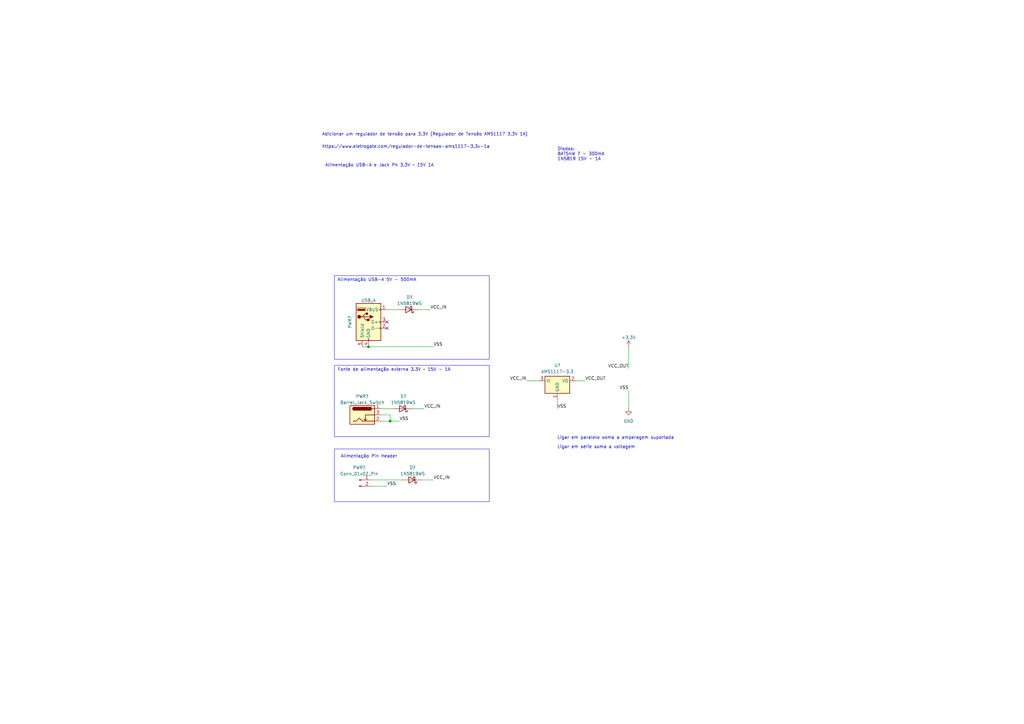
<source format=kicad_sch>
(kicad_sch (version 20230121) (generator eeschema)
  (paper "A3")
  (title_block (title "KVM Project - Módulo de Alimentação"))
  (lib_symbols
    (symbol "Connector:Barrel_Jack_Switch" (pin_names hide)
      (property "Reference" "J" (at 0 5.334 0))
      (property "Value" "Barrel_Jack_Switch" (at 0 -5.08 0))
      (symbol "Barrel_Jack_Switch_0_1"
        (rectangle (start -5.08 3.81) (end 5.08 -3.81) (stroke (width 0.254)) (fill (type background)))
        (arc (start -3.302 3.175) (mid -3.9343 2.54) (end -3.302 1.905) (stroke (width 0.254)))
        (arc (start -3.302 3.175) (mid -3.9343 2.54) (end -3.302 1.905) (stroke (width 0.254)) (fill (type outline)))
        (polyline (pts (xy 1.27 -2.286) (xy 1.905 -1.651)) (stroke (width 0.254)))
        (polyline (pts (xy 5.08 2.54) (xy 3.81 2.54)) (stroke (width 0.254)))
        (polyline (pts (xy 5.08 0) (xy 1.27 0) (xy 1.27 -2.286) (xy 0.635 -1.651)) (stroke (width 0.254)))
        (polyline (pts (xy -3.81 -2.54) (xy -2.54 -2.54) (xy -1.27 -1.27) (xy 0 -2.54) (xy 2.54 -2.54) (xy 5.08 -2.54)) (stroke (width 0.254)))
        (rectangle (start 3.683 3.175) (end -3.302 1.905) (stroke (width 0.254)) (fill (type outline)))
      )
      (symbol "Barrel_Jack_Switch_1_1"
        (pin passive line (at 7.62 2.54 180) (length 2.54) (name "~") (number "1"))
        (pin passive line (at 7.62 -2.54 180) (length 2.54) (name "~") (number "2"))
        (pin passive line (at 7.62 0 180) (length 2.54) (name "~") (number "3"))
      )
    )
    (symbol "Connector:Conn_01x02_Pin" (pin_names (offset 1.016) hide)
      (property "Reference" "J" (at 0 2.54 0))
      (property "Value" "Conn_01x02_Pin" (at 0 -5.08 0))
      (symbol "Conn_01x02_Pin_1_1"
        (polyline (pts (xy 1.27 -2.54) (xy 0.8636 -2.54)) (stroke (width 0.1524)))
        (polyline (pts (xy 1.27 0) (xy 0.8636 0)) (stroke (width 0.1524)))
        (rectangle (start 0.8636 -2.413) (end 0 -2.667) (stroke (width 0.1524)) (fill (type outline)))
        (rectangle (start 0.8636 0.127) (end 0 -0.127) (stroke (width 0.1524)) (fill (type outline)))
        (pin passive line (at 5.08 0 180) (length 3.81) (name "Pin_1") (number "1"))
        (pin passive line (at 5.08 -2.54 180) (length 3.81) (name "Pin_2") (number "2"))
      )
    )
    (symbol "Connector:USB_A" (pin_names (offset 1.016))
      (property "Reference" "J" (at -5.08 11.43 0))
      (property "Value" "USB_A" (at -5.08 8.89 0))
      (symbol "USB_A_0_1"
        (rectangle (start -5.08 -7.62) (end 5.08 7.62) (stroke (width 0.254)) (fill (type background)))
        (circle (center -3.81 2.159) (radius 0.635) (stroke (width 0.254)) (fill (type outline)))
        (rectangle (start -1.524 4.826) (end -4.318 5.334) (fill (type outline)))
        (rectangle (start -1.27 4.572) (end -4.572 5.842))
        (circle (center -0.635 3.429) (radius 0.381) (stroke (width 0.254)) (fill (type outline)))
        (rectangle (start -0.127 -7.62) (end 0.127 -6.858))
        (polyline (pts (xy -3.175 2.159) (xy -2.54 2.159) (xy -1.27 3.429) (xy -0.635 3.429)) (stroke (width 0.254)))
        (polyline (pts (xy -2.54 2.159) (xy -1.905 2.159) (xy -1.27 0.889) (xy 0 0.889)) (stroke (width 0.254)))
        (polyline (pts (xy 0.635 2.794) (xy 0.635 1.524) (xy 1.905 2.159) (xy 0.635 2.794)) (stroke (width 0.254)) (fill (type outline)))
        (rectangle (start 0.254 1.27) (end -0.508 0.508) (stroke (width 0.254)) (fill (type outline)))
        (rectangle (start 5.08 -2.667) (end 4.318 -2.413))
        (rectangle (start 5.08 -0.127) (end 4.318 0.127))
        (rectangle (start 5.08 4.953) (end 4.318 5.207))
      )
      (symbol "USB_A_1_1"
        (polyline (pts (xy -1.905 2.159) (xy 0.635 2.159)) (stroke (width 0.254)))
        (pin power_in line (at 7.62 5.08 180) (length 2.54) (name "VBUS") (number "1"))
        (pin bidirectional line (at 7.62 -2.54 180) (length 2.54) (name "D-") (number "2"))
        (pin bidirectional line (at 7.62 0 180) (length 2.54) (name "D+") (number "3"))
        (pin power_in line (at 0 -10.16 90) (length 2.54) (name "GND") (number "4"))
        (pin passive line (at -2.54 -10.16 90) (length 2.54) (name "Shield") (number "5"))
      )
    )
    (symbol "Diode:1N5819WS" (pin_numbers hide) (pin_names (offset 1.016) hide)
      (property "Reference" "D" (at 0 2.54 0))
      (property "Value" "1N5819WS" (at 0 -2.54 0))
      (symbol "1N5819WS_0_1"
        (polyline (pts (xy 1.27 0) (xy -1.27 0)))
        (polyline (pts (xy 1.27 1.27) (xy 1.27 -1.27) (xy -1.27 0) (xy 1.27 1.27)) (stroke (width 0.254)))
        (polyline (pts (xy -1.905 0.635) (xy -1.905 1.27) (xy -1.27 1.27) (xy -1.27 -1.27) (xy -0.635 -1.27) (xy -0.635 -0.635)) (stroke (width 0.254)))
      )
      (symbol "1N5819WS_1_1"
        (pin passive line (at -3.81 0 0) (length 2.54) (name "K") (number "1"))
        (pin passive line (at 3.81 0 180) (length 2.54) (name "A") (number "2"))
      )
    )
    (symbol "Regulator_Linear:AMS1117-3.3"
      (property "Reference" "U" (at -3.81 3.175 0))
      (property "Value" "AMS1117-3.3" (at 0 3.175 0))
      (symbol "AMS1117-3.3_0_1"
        (rectangle (start -5.08 -5.08) (end 5.08 1.905) (stroke (width 0.254)) (fill (type background)))
      )
      (symbol "AMS1117-3.3_1_1"
        (pin power_in line (at 0 -7.62 90) (length 2.54) (name "GND") (number "1"))
        (pin power_out line (at 7.62 0 180) (length 2.54) (name "VO") (number "2"))
        (pin power_in line (at -7.62 0 0) (length 2.54) (name "VI") (number "3"))
      )
    )
    (symbol "power:+3.3V" (power) (pin_names (offset 0))
      (property "Value" "+3.3V" (at 0 3.556 0))
      (symbol "+3.3V_0_1"
        (polyline (pts (xy -0.762 1.27) (xy 0 2.54)))
        (polyline (pts (xy 0 0) (xy 0 2.54)))
        (polyline (pts (xy 0 2.54) (xy 0.762 1.27)))
      )
      (symbol "+3.3V_1_1"
        (pin power_in line (at 0 0 90) (length 0) hide (name "+3.3V") (number "1"))
      )
    )
    (symbol "power:GND" (power) (pin_names (offset 0))
      (property "Value" "GND" (at 0 -3.81 0))
      (symbol "GND_0_1"
        (polyline (pts (xy 0 0) (xy 0 -1.27) (xy 1.27 -1.27) (xy 0 -2.54) (xy -1.27 -1.27) (xy 0 -1.27)))
      )
      (symbol "GND_1_1"
        (pin power_in line (at 0 0 270) (length 0) hide (name "GND") (number "1"))
      )
    )
  )
  (junction (at 160.02 172.72))
  (junction (at 151.13 142.24))
  (no_connect (at 158.75 132.08))
  (no_connect (at 158.75 134.62))
  (wire (pts (xy 156.21 167.64) (xy 161.29 167.64)))
  (wire (pts (xy 228.6 167.64) (xy 228.6 163.83)))
  (wire (pts (xy 171.45 127) (xy 176.53 127)))
  (wire (pts (xy 151.13 142.24) (xy 177.8 142.24)))
  (wire (pts (xy 236.22 156.21) (xy 240.03 156.21)))
  (wire (pts (xy 257.81 160.02) (xy 257.81 167.64)))
  (wire (pts (xy 257.81 142.24) (xy 257.81 151.13)))
  (wire (pts (xy 163.83 172.72) (xy 160.02 172.72)))
  (wire (pts (xy 158.75 127) (xy 163.83 127)))
  (wire (pts (xy 160.02 170.18) (xy 160.02 172.72)))
  (wire (pts (xy 172.72 196.85) (xy 177.8 196.85)))
  (wire (pts (xy 148.59 142.24) (xy 151.13 142.24)))
  (wire (pts (xy 215.9 156.21) (xy 220.98 156.21)))
  (wire (pts (xy 152.4 199.39) (xy 158.75 199.39)))
  (wire (pts (xy 156.21 172.72) (xy 160.02 172.72)))
  (wire (pts (xy 156.21 170.18) (xy 160.02 170.18)))
  (wire (pts (xy 152.4 196.85) (xy 165.1 196.85)))
  (wire (pts (xy 168.91 167.64) (xy 173.99 167.64)))
  (rectangle (start 137.16 184.15) (end 200.66 205.74))
  (rectangle (start 137.16 149.86) (end 200.66 179.07))
  (rectangle (start 137.16 113.03) (end 200.66 147.32))
  (text "Fonte de alimentação externa 3.3V ~ 15V - 1A" (at 138.43 152.4 0) (effects (font (size 1.27 1.27)) (justify left bottom)))
  (text "Alimentação USB-A 5V - 500mA" (at 138.43 115.57 0) (effects (font (size 1.27 1.27)) (justify left bottom)))
  (text "https://www.eletrogate.com/regulador-de-tensao-ams1117-3.3v-1a" (at 132.08 60.96 0) (effects (font (size 1.27 1.27)) (justify left bottom)))
  (text "Alimentação USB-A e Jack P4 3.3V ~ 15V 1A" (at 133.35 68.58 0) (effects (font (size 1.27 1.27)) (justify left bottom)))
  (text "Ligar em série soma a voltagem" (at 228.6 184.15 0) (effects (font (size 1.27 1.27)) (justify left bottom)))
  (text "Diodos:\nBAT54W ? - 300mA\n1N5819 15V - 1A" (at 228.6 66.04 0) (effects (font (size 1.27 1.27)) (justify left bottom)))
  (text "Alimentação Pin Header" (at 139.7 187.96 0) (effects (font (size 1.27 1.27)) (justify left bottom)))
  (text "Adicionar um regulador de tensão para 3.3V (Regulador de Tensão AMS1117 3.3V 1A)" (at 132.08 55.88 0) (effects (font (size 1.27 1.27)) (justify left bottom)))
  (text "Ligar em paralelo soma a amperagem suportada" (at 228.6 180.34 0) (effects (font (size 1.27 1.27)) (justify left bottom)))
  (label "VSS" (at 228.6 167.64 0))
  (label "VCC_IN" (at 177.8 196.85 0))
  (label "VCC_OUT" (at 257.81 151.13 180))
  (label "VSS" (at 257.81 160.02 180))
  (label "VCC_IN" (at 173.99 167.64 0))
  (label "VCC_OUT" (at 240.03 156.21 0))
  (label "VSS" (at 158.75 199.39 0))
  (label "VSS" (at 177.8 142.24 0))
  (label "VCC_IN" (at 215.9 156.21 180))
  (label "VSS" (at 163.83 172.72 0))
  (label "VCC_IN" (at 176.53 127 0))
  (symbol (lib_id "power:+3.3V") (at 257.81 142.24 0) (unit 1)
    (property "Reference" "#VCC01" (effects hide))
    (property "Value" "+3.3V" (at 257.81 138.43 0))
  )
  (symbol (lib_id "Diode:1N5819WS") (at 167.64 127 180) (unit 1)
    (property "Reference" "D?" (at 167.9575 121.92 0))
    (property "Value" "1N5819WS" (at 167.9575 124.46 0))
    (property "Footprint" "Diode_SMD:D_SOD-323_HandSoldering" (effects hide))
    (property "Datasheet" "https://datasheet.lcsc.com/lcsc/2204281430_Guangdong-Hottech-1N5819WS_C191023.pdf" (effects hide))
  )
  (symbol (lib_id "Connector:Conn_01x02_Pin") (at 147.32 196.85 0) (unit 1)
    (property "Reference" "PWR?" (at 147.32 191.77 0))
    (property "Value" "Conn_01x02_Pin" (at 147.32 194.31 0))
    (property "Footprint" "Connector_PinHeader_2.54mm:PinHeader_1x02_P2.54mm_Vertical" (effects hide))
  )
  (symbol (lib_id "Diode:1N5819WS") (at 165.1 167.64 180) (unit 1)
    (property "Reference" "D?" (at 165.4175 162.56 0))
    (property "Value" "1N5819WS" (at 165.4175 165.1 0))
    (property "Footprint" "Diode_SMD:D_SOD-323_HandSoldering" (effects hide))
    (property "Datasheet" "https://datasheet.lcsc.com/lcsc/2204281430_Guangdong-Hottech-1N5819WS_C191023.pdf" (effects hide))
  )
  (symbol (lib_id "Connector:Barrel_Jack_Switch") (at 148.59 170.18 0) (unit 1)
    (property "Reference" "PWR?" (at 148.59 162.56 0))
    (property "Value" "Barrel_Jack_Switch" (at 148.59 165.1 0))
    (property "Footprint" "Connector_BarrelJack:BarrelJack_Wuerth_6941xx301002" (effects hide))
    (property "Field4" "https://www.snapeda.com/parts/DC-005-5A-2.0/XKB%20Industrial%20Precision/view-part/?ref=search&t=DC005" (effects hide))
    (property "Field5" "DC-005" (effects hide))
  )
  (symbol (lib_id "Regulator_Linear:AMS1117-3.3") (at 228.6 156.21 0) (unit 1)
    (property "Reference" "U?" (at 228.6 149.86 0))
    (property "Value" "AMS1117-3.3" (at 228.6 152.4 0))
    (property "Footprint" "Package_TO_SOT_SMD:SOT-223-3_TabPin2" (effects hide))
    (property "Datasheet" "http://www.advanced-monolithic.com/pdf/ds1117.pdf" (effects hide))
    (property "Vendor" "https://www.eletrogate.com/regulador-de-tensao-ams1117-3.3v-1a" (effects hide))
  )
  (symbol (lib_id "Connector:USB_A") (at 151.13 132.08 0) (unit 1)
    (property "Reference" "PWR?" (at 143.51 132.08 90))
    (property "Value" "USB_A" (at 151.13 123.19 0))
    (property "Footprint" "Connector_USB:USB_A_CONNFLY_DS1095-WNR0" (effects hide))
    (property "Datasheet" " ~" (effects hide))
  )
  (symbol (lib_id "Diode:1N5819WS") (at 168.91 196.85 180) (unit 1)
    (property "Reference" "D?" (at 169.2275 191.77 0))
    (property "Value" "1N5819WS" (at 169.2275 194.31 0))
    (property "Footprint" "Diode_SMD:D_SOD-323_HandSoldering" (effects hide))
    (property "Datasheet" "https://datasheet.lcsc.com/lcsc/2204281430_Guangdong-Hottech-1N5819WS_C191023.pdf" (effects hide))
  )
  (symbol (lib_id "power:GND") (at 257.81 167.64 0) (unit 1)
    (property "Reference" "#GND01" (effects hide))
    (property "Value" "GND" (at 257.81 172.72 0))
  )
)
</source>
